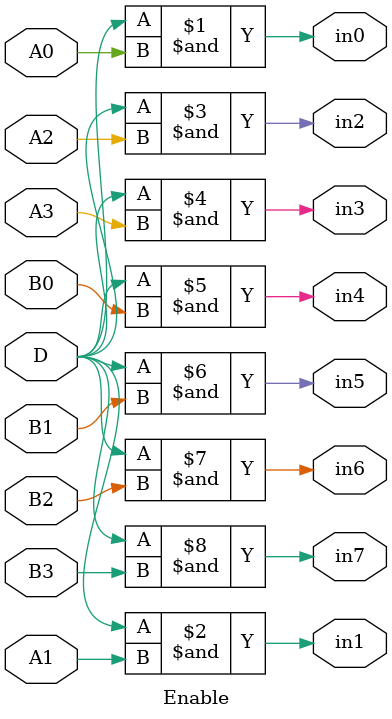
<source format=v>
module Enable (
    // input EN,
    input D,A3,A2,A1,A0,B3,B2,B1,B0,
    output in0,in1,in2,in3,in4,in5,in6,in7
);
    wire in0,in1,in2,in3,in4,in5,in6,in7;

    and a12(in0,/*EN,*/D,A0);
    and a13(in1,/*EN,*/D,A1);
    and a14(in2,/*EN,*/D,A2);
    and a15(in3,/*EN,*/D,A3);
    and a16(in4,/*EN,*/D,B0);
    and a17(in5,/*EN,*/D,B1);
    and a18(in6,/*EN,*/D,B2);
    and a19(in7,/*EN,*/D,B3);
endmodule
</source>
